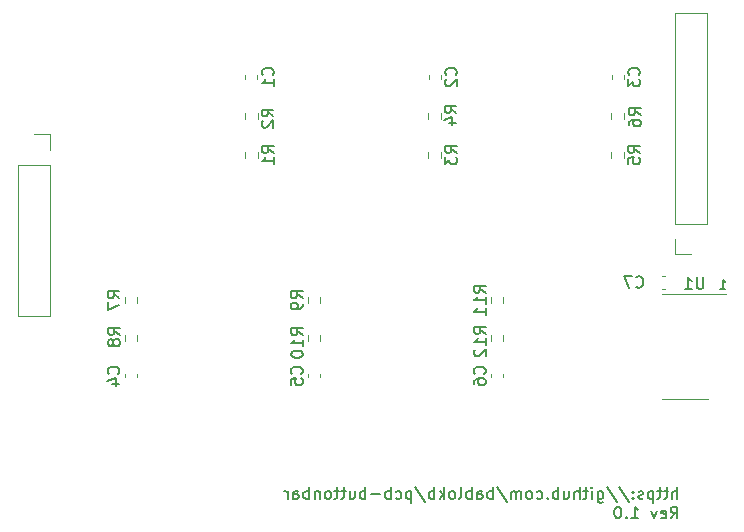
<source format=gbr>
G04 #@! TF.GenerationSoftware,KiCad,Pcbnew,5.1.8-5.1.8*
G04 #@! TF.CreationDate,2021-09-21T08:59:52+02:00*
G04 #@! TF.ProjectId,buttonbar,62757474-6f6e-4626-9172-2e6b69636164,rev?*
G04 #@! TF.SameCoordinates,Original*
G04 #@! TF.FileFunction,Legend,Bot*
G04 #@! TF.FilePolarity,Positive*
%FSLAX46Y46*%
G04 Gerber Fmt 4.6, Leading zero omitted, Abs format (unit mm)*
G04 Created by KiCad (PCBNEW 5.1.8-5.1.8) date 2021-09-21 08:59:52*
%MOMM*%
%LPD*%
G01*
G04 APERTURE LIST*
%ADD10C,0.150000*%
%ADD11C,0.120000*%
G04 APERTURE END LIST*
D10*
X167264404Y-96827380D02*
X167264404Y-95827380D01*
X166835833Y-96827380D02*
X166835833Y-96303571D01*
X166883452Y-96208333D01*
X166978690Y-96160714D01*
X167121547Y-96160714D01*
X167216785Y-96208333D01*
X167264404Y-96255952D01*
X166502500Y-96160714D02*
X166121547Y-96160714D01*
X166359642Y-95827380D02*
X166359642Y-96684523D01*
X166312023Y-96779761D01*
X166216785Y-96827380D01*
X166121547Y-96827380D01*
X165931071Y-96160714D02*
X165550119Y-96160714D01*
X165788214Y-95827380D02*
X165788214Y-96684523D01*
X165740595Y-96779761D01*
X165645357Y-96827380D01*
X165550119Y-96827380D01*
X165216785Y-96160714D02*
X165216785Y-97160714D01*
X165216785Y-96208333D02*
X165121547Y-96160714D01*
X164931071Y-96160714D01*
X164835833Y-96208333D01*
X164788214Y-96255952D01*
X164740595Y-96351190D01*
X164740595Y-96636904D01*
X164788214Y-96732142D01*
X164835833Y-96779761D01*
X164931071Y-96827380D01*
X165121547Y-96827380D01*
X165216785Y-96779761D01*
X164359642Y-96779761D02*
X164264404Y-96827380D01*
X164073928Y-96827380D01*
X163978690Y-96779761D01*
X163931071Y-96684523D01*
X163931071Y-96636904D01*
X163978690Y-96541666D01*
X164073928Y-96494047D01*
X164216785Y-96494047D01*
X164312023Y-96446428D01*
X164359642Y-96351190D01*
X164359642Y-96303571D01*
X164312023Y-96208333D01*
X164216785Y-96160714D01*
X164073928Y-96160714D01*
X163978690Y-96208333D01*
X163502500Y-96732142D02*
X163454880Y-96779761D01*
X163502500Y-96827380D01*
X163550119Y-96779761D01*
X163502500Y-96732142D01*
X163502500Y-96827380D01*
X163502500Y-96208333D02*
X163454880Y-96255952D01*
X163502500Y-96303571D01*
X163550119Y-96255952D01*
X163502500Y-96208333D01*
X163502500Y-96303571D01*
X162312023Y-95779761D02*
X163169166Y-97065476D01*
X161264404Y-95779761D02*
X162121547Y-97065476D01*
X160502500Y-96160714D02*
X160502500Y-96970238D01*
X160550119Y-97065476D01*
X160597738Y-97113095D01*
X160692976Y-97160714D01*
X160835833Y-97160714D01*
X160931071Y-97113095D01*
X160502500Y-96779761D02*
X160597738Y-96827380D01*
X160788214Y-96827380D01*
X160883452Y-96779761D01*
X160931071Y-96732142D01*
X160978690Y-96636904D01*
X160978690Y-96351190D01*
X160931071Y-96255952D01*
X160883452Y-96208333D01*
X160788214Y-96160714D01*
X160597738Y-96160714D01*
X160502500Y-96208333D01*
X160026309Y-96827380D02*
X160026309Y-96160714D01*
X160026309Y-95827380D02*
X160073928Y-95875000D01*
X160026309Y-95922619D01*
X159978690Y-95875000D01*
X160026309Y-95827380D01*
X160026309Y-95922619D01*
X159692976Y-96160714D02*
X159312023Y-96160714D01*
X159550119Y-95827380D02*
X159550119Y-96684523D01*
X159502500Y-96779761D01*
X159407261Y-96827380D01*
X159312023Y-96827380D01*
X158978690Y-96827380D02*
X158978690Y-95827380D01*
X158550119Y-96827380D02*
X158550119Y-96303571D01*
X158597738Y-96208333D01*
X158692976Y-96160714D01*
X158835833Y-96160714D01*
X158931071Y-96208333D01*
X158978690Y-96255952D01*
X157645357Y-96160714D02*
X157645357Y-96827380D01*
X158073928Y-96160714D02*
X158073928Y-96684523D01*
X158026309Y-96779761D01*
X157931071Y-96827380D01*
X157788214Y-96827380D01*
X157692976Y-96779761D01*
X157645357Y-96732142D01*
X157169166Y-96827380D02*
X157169166Y-95827380D01*
X157169166Y-96208333D02*
X157073928Y-96160714D01*
X156883452Y-96160714D01*
X156788214Y-96208333D01*
X156740595Y-96255952D01*
X156692976Y-96351190D01*
X156692976Y-96636904D01*
X156740595Y-96732142D01*
X156788214Y-96779761D01*
X156883452Y-96827380D01*
X157073928Y-96827380D01*
X157169166Y-96779761D01*
X156264404Y-96732142D02*
X156216785Y-96779761D01*
X156264404Y-96827380D01*
X156312023Y-96779761D01*
X156264404Y-96732142D01*
X156264404Y-96827380D01*
X155359642Y-96779761D02*
X155454880Y-96827380D01*
X155645357Y-96827380D01*
X155740595Y-96779761D01*
X155788214Y-96732142D01*
X155835833Y-96636904D01*
X155835833Y-96351190D01*
X155788214Y-96255952D01*
X155740595Y-96208333D01*
X155645357Y-96160714D01*
X155454880Y-96160714D01*
X155359642Y-96208333D01*
X154788214Y-96827380D02*
X154883452Y-96779761D01*
X154931071Y-96732142D01*
X154978690Y-96636904D01*
X154978690Y-96351190D01*
X154931071Y-96255952D01*
X154883452Y-96208333D01*
X154788214Y-96160714D01*
X154645357Y-96160714D01*
X154550119Y-96208333D01*
X154502500Y-96255952D01*
X154454880Y-96351190D01*
X154454880Y-96636904D01*
X154502500Y-96732142D01*
X154550119Y-96779761D01*
X154645357Y-96827380D01*
X154788214Y-96827380D01*
X154026309Y-96827380D02*
X154026309Y-96160714D01*
X154026309Y-96255952D02*
X153978690Y-96208333D01*
X153883452Y-96160714D01*
X153740595Y-96160714D01*
X153645357Y-96208333D01*
X153597738Y-96303571D01*
X153597738Y-96827380D01*
X153597738Y-96303571D02*
X153550119Y-96208333D01*
X153454880Y-96160714D01*
X153312023Y-96160714D01*
X153216785Y-96208333D01*
X153169166Y-96303571D01*
X153169166Y-96827380D01*
X151978690Y-95779761D02*
X152835833Y-97065476D01*
X151645357Y-96827380D02*
X151645357Y-95827380D01*
X151645357Y-96208333D02*
X151550119Y-96160714D01*
X151359642Y-96160714D01*
X151264404Y-96208333D01*
X151216785Y-96255952D01*
X151169166Y-96351190D01*
X151169166Y-96636904D01*
X151216785Y-96732142D01*
X151264404Y-96779761D01*
X151359642Y-96827380D01*
X151550119Y-96827380D01*
X151645357Y-96779761D01*
X150312023Y-96827380D02*
X150312023Y-96303571D01*
X150359642Y-96208333D01*
X150454880Y-96160714D01*
X150645357Y-96160714D01*
X150740595Y-96208333D01*
X150312023Y-96779761D02*
X150407261Y-96827380D01*
X150645357Y-96827380D01*
X150740595Y-96779761D01*
X150788214Y-96684523D01*
X150788214Y-96589285D01*
X150740595Y-96494047D01*
X150645357Y-96446428D01*
X150407261Y-96446428D01*
X150312023Y-96398809D01*
X149835833Y-96827380D02*
X149835833Y-95827380D01*
X149835833Y-96208333D02*
X149740595Y-96160714D01*
X149550119Y-96160714D01*
X149454880Y-96208333D01*
X149407261Y-96255952D01*
X149359642Y-96351190D01*
X149359642Y-96636904D01*
X149407261Y-96732142D01*
X149454880Y-96779761D01*
X149550119Y-96827380D01*
X149740595Y-96827380D01*
X149835833Y-96779761D01*
X148788214Y-96827380D02*
X148883452Y-96779761D01*
X148931071Y-96684523D01*
X148931071Y-95827380D01*
X148264404Y-96827380D02*
X148359642Y-96779761D01*
X148407261Y-96732142D01*
X148454880Y-96636904D01*
X148454880Y-96351190D01*
X148407261Y-96255952D01*
X148359642Y-96208333D01*
X148264404Y-96160714D01*
X148121547Y-96160714D01*
X148026309Y-96208333D01*
X147978690Y-96255952D01*
X147931071Y-96351190D01*
X147931071Y-96636904D01*
X147978690Y-96732142D01*
X148026309Y-96779761D01*
X148121547Y-96827380D01*
X148264404Y-96827380D01*
X147502500Y-96827380D02*
X147502500Y-95827380D01*
X147407261Y-96446428D02*
X147121547Y-96827380D01*
X147121547Y-96160714D02*
X147502500Y-96541666D01*
X146692976Y-96827380D02*
X146692976Y-95827380D01*
X146692976Y-96208333D02*
X146597738Y-96160714D01*
X146407261Y-96160714D01*
X146312023Y-96208333D01*
X146264404Y-96255952D01*
X146216785Y-96351190D01*
X146216785Y-96636904D01*
X146264404Y-96732142D01*
X146312023Y-96779761D01*
X146407261Y-96827380D01*
X146597738Y-96827380D01*
X146692976Y-96779761D01*
X145073928Y-95779761D02*
X145931071Y-97065476D01*
X144740595Y-96160714D02*
X144740595Y-97160714D01*
X144740595Y-96208333D02*
X144645357Y-96160714D01*
X144454880Y-96160714D01*
X144359642Y-96208333D01*
X144312023Y-96255952D01*
X144264404Y-96351190D01*
X144264404Y-96636904D01*
X144312023Y-96732142D01*
X144359642Y-96779761D01*
X144454880Y-96827380D01*
X144645357Y-96827380D01*
X144740595Y-96779761D01*
X143407261Y-96779761D02*
X143502500Y-96827380D01*
X143692976Y-96827380D01*
X143788214Y-96779761D01*
X143835833Y-96732142D01*
X143883452Y-96636904D01*
X143883452Y-96351190D01*
X143835833Y-96255952D01*
X143788214Y-96208333D01*
X143692976Y-96160714D01*
X143502500Y-96160714D01*
X143407261Y-96208333D01*
X142978690Y-96827380D02*
X142978690Y-95827380D01*
X142978690Y-96208333D02*
X142883452Y-96160714D01*
X142692976Y-96160714D01*
X142597738Y-96208333D01*
X142550119Y-96255952D01*
X142502500Y-96351190D01*
X142502500Y-96636904D01*
X142550119Y-96732142D01*
X142597738Y-96779761D01*
X142692976Y-96827380D01*
X142883452Y-96827380D01*
X142978690Y-96779761D01*
X142073928Y-96446428D02*
X141312023Y-96446428D01*
X140835833Y-96827380D02*
X140835833Y-95827380D01*
X140835833Y-96208333D02*
X140740595Y-96160714D01*
X140550119Y-96160714D01*
X140454880Y-96208333D01*
X140407261Y-96255952D01*
X140359642Y-96351190D01*
X140359642Y-96636904D01*
X140407261Y-96732142D01*
X140454880Y-96779761D01*
X140550119Y-96827380D01*
X140740595Y-96827380D01*
X140835833Y-96779761D01*
X139502500Y-96160714D02*
X139502500Y-96827380D01*
X139931071Y-96160714D02*
X139931071Y-96684523D01*
X139883452Y-96779761D01*
X139788214Y-96827380D01*
X139645357Y-96827380D01*
X139550119Y-96779761D01*
X139502500Y-96732142D01*
X139169166Y-96160714D02*
X138788214Y-96160714D01*
X139026309Y-95827380D02*
X139026309Y-96684523D01*
X138978690Y-96779761D01*
X138883452Y-96827380D01*
X138788214Y-96827380D01*
X138597738Y-96160714D02*
X138216785Y-96160714D01*
X138454880Y-95827380D02*
X138454880Y-96684523D01*
X138407261Y-96779761D01*
X138312023Y-96827380D01*
X138216785Y-96827380D01*
X137740595Y-96827380D02*
X137835833Y-96779761D01*
X137883452Y-96732142D01*
X137931071Y-96636904D01*
X137931071Y-96351190D01*
X137883452Y-96255952D01*
X137835833Y-96208333D01*
X137740595Y-96160714D01*
X137597738Y-96160714D01*
X137502500Y-96208333D01*
X137454880Y-96255952D01*
X137407261Y-96351190D01*
X137407261Y-96636904D01*
X137454880Y-96732142D01*
X137502500Y-96779761D01*
X137597738Y-96827380D01*
X137740595Y-96827380D01*
X136978690Y-96160714D02*
X136978690Y-96827380D01*
X136978690Y-96255952D02*
X136931071Y-96208333D01*
X136835833Y-96160714D01*
X136692976Y-96160714D01*
X136597738Y-96208333D01*
X136550119Y-96303571D01*
X136550119Y-96827380D01*
X136073928Y-96827380D02*
X136073928Y-95827380D01*
X136073928Y-96208333D02*
X135978690Y-96160714D01*
X135788214Y-96160714D01*
X135692976Y-96208333D01*
X135645357Y-96255952D01*
X135597738Y-96351190D01*
X135597738Y-96636904D01*
X135645357Y-96732142D01*
X135692976Y-96779761D01*
X135788214Y-96827380D01*
X135978690Y-96827380D01*
X136073928Y-96779761D01*
X134740595Y-96827380D02*
X134740595Y-96303571D01*
X134788214Y-96208333D01*
X134883452Y-96160714D01*
X135073928Y-96160714D01*
X135169166Y-96208333D01*
X134740595Y-96779761D02*
X134835833Y-96827380D01*
X135073928Y-96827380D01*
X135169166Y-96779761D01*
X135216785Y-96684523D01*
X135216785Y-96589285D01*
X135169166Y-96494047D01*
X135073928Y-96446428D01*
X134835833Y-96446428D01*
X134740595Y-96398809D01*
X134264404Y-96827380D02*
X134264404Y-96160714D01*
X134264404Y-96351190D02*
X134216785Y-96255952D01*
X134169166Y-96208333D01*
X134073928Y-96160714D01*
X133978690Y-96160714D01*
X166692976Y-98477380D02*
X167026309Y-98001190D01*
X167264404Y-98477380D02*
X167264404Y-97477380D01*
X166883452Y-97477380D01*
X166788214Y-97525000D01*
X166740595Y-97572619D01*
X166692976Y-97667857D01*
X166692976Y-97810714D01*
X166740595Y-97905952D01*
X166788214Y-97953571D01*
X166883452Y-98001190D01*
X167264404Y-98001190D01*
X165883452Y-98429761D02*
X165978690Y-98477380D01*
X166169166Y-98477380D01*
X166264404Y-98429761D01*
X166312023Y-98334523D01*
X166312023Y-97953571D01*
X166264404Y-97858333D01*
X166169166Y-97810714D01*
X165978690Y-97810714D01*
X165883452Y-97858333D01*
X165835833Y-97953571D01*
X165835833Y-98048809D01*
X166312023Y-98144047D01*
X165502500Y-97810714D02*
X165264404Y-98477380D01*
X165026309Y-97810714D01*
X163359642Y-98477380D02*
X163931071Y-98477380D01*
X163645357Y-98477380D02*
X163645357Y-97477380D01*
X163740595Y-97620238D01*
X163835833Y-97715476D01*
X163931071Y-97763095D01*
X162931071Y-98382142D02*
X162883452Y-98429761D01*
X162931071Y-98477380D01*
X162978690Y-98429761D01*
X162931071Y-98382142D01*
X162931071Y-98477380D01*
X162264404Y-97477380D02*
X162169166Y-97477380D01*
X162073928Y-97525000D01*
X162026309Y-97572619D01*
X161978690Y-97667857D01*
X161931071Y-97858333D01*
X161931071Y-98096428D01*
X161978690Y-98286904D01*
X162026309Y-98382142D01*
X162073928Y-98429761D01*
X162169166Y-98477380D01*
X162264404Y-98477380D01*
X162359642Y-98429761D01*
X162407261Y-98382142D01*
X162454880Y-98286904D01*
X162502500Y-98096428D01*
X162502500Y-97858333D01*
X162454880Y-97667857D01*
X162407261Y-97572619D01*
X162359642Y-97525000D01*
X162264404Y-97477380D01*
X170871428Y-79061904D02*
X171328571Y-79061904D01*
X171100000Y-79061904D02*
X171100000Y-78261904D01*
X171176190Y-78376190D01*
X171252380Y-78452380D01*
X171328571Y-78490476D01*
D11*
X165959420Y-77990000D02*
X166240580Y-77990000D01*
X165959420Y-79010000D02*
X166240580Y-79010000D01*
X152510000Y-86259420D02*
X152510000Y-86540580D01*
X151490000Y-86259420D02*
X151490000Y-86540580D01*
X137010000Y-86259420D02*
X137010000Y-86540580D01*
X135990000Y-86259420D02*
X135990000Y-86540580D01*
X121510000Y-86259420D02*
X121510000Y-86540580D01*
X120490000Y-86259420D02*
X120490000Y-86540580D01*
X161690000Y-61240580D02*
X161690000Y-60959420D01*
X162710000Y-61240580D02*
X162710000Y-60959420D01*
X146190000Y-61240580D02*
X146190000Y-60959420D01*
X147210000Y-61240580D02*
X147210000Y-60959420D01*
X130690000Y-61240580D02*
X130690000Y-60959420D01*
X131710000Y-61240580D02*
X131710000Y-60959420D01*
X167900000Y-79465000D02*
X171350000Y-79465000D01*
X167900000Y-79465000D02*
X165950000Y-79465000D01*
X167900000Y-88335000D02*
X169850000Y-88335000D01*
X167900000Y-88335000D02*
X165950000Y-88335000D01*
X151477500Y-83437258D02*
X151477500Y-82962742D01*
X152522500Y-83437258D02*
X152522500Y-82962742D01*
X152522500Y-79762742D02*
X152522500Y-80237258D01*
X151477500Y-79762742D02*
X151477500Y-80237258D01*
X135977500Y-83437258D02*
X135977500Y-82962742D01*
X137022500Y-83437258D02*
X137022500Y-82962742D01*
X137022500Y-79762742D02*
X137022500Y-80237258D01*
X135977500Y-79762742D02*
X135977500Y-80237258D01*
X120477500Y-83437258D02*
X120477500Y-82962742D01*
X121522500Y-83437258D02*
X121522500Y-82962742D01*
X121522500Y-79762742D02*
X121522500Y-80237258D01*
X120477500Y-79762742D02*
X120477500Y-80237258D01*
X162722500Y-64162742D02*
X162722500Y-64637258D01*
X161677500Y-64162742D02*
X161677500Y-64637258D01*
X161677500Y-67937258D02*
X161677500Y-67462742D01*
X162722500Y-67937258D02*
X162722500Y-67462742D01*
X147222500Y-64162742D02*
X147222500Y-64637258D01*
X146177500Y-64162742D02*
X146177500Y-64637258D01*
X146177500Y-67937258D02*
X146177500Y-67462742D01*
X147222500Y-67937258D02*
X147222500Y-67462742D01*
X131722500Y-64162742D02*
X131722500Y-64637258D01*
X130677500Y-64162742D02*
X130677500Y-64637258D01*
X130677500Y-67937258D02*
X130677500Y-67462742D01*
X131722500Y-67937258D02*
X131722500Y-67462742D01*
X114130000Y-65970000D02*
X112800000Y-65970000D01*
X114130000Y-67300000D02*
X114130000Y-65970000D01*
X114130000Y-68570000D02*
X111470000Y-68570000D01*
X111470000Y-68570000D02*
X111470000Y-81330000D01*
X114130000Y-68570000D02*
X114130000Y-81330000D01*
X114130000Y-81330000D02*
X111470000Y-81330000D01*
X167070000Y-76130000D02*
X168400000Y-76130000D01*
X167070000Y-74800000D02*
X167070000Y-76130000D01*
X167070000Y-73530000D02*
X169730000Y-73530000D01*
X169730000Y-73530000D02*
X169730000Y-55690000D01*
X167070000Y-73530000D02*
X167070000Y-55690000D01*
X167070000Y-55690000D02*
X169730000Y-55690000D01*
D10*
X163766666Y-78857142D02*
X163814285Y-78904761D01*
X163957142Y-78952380D01*
X164052380Y-78952380D01*
X164195238Y-78904761D01*
X164290476Y-78809523D01*
X164338095Y-78714285D01*
X164385714Y-78523809D01*
X164385714Y-78380952D01*
X164338095Y-78190476D01*
X164290476Y-78095238D01*
X164195238Y-78000000D01*
X164052380Y-77952380D01*
X163957142Y-77952380D01*
X163814285Y-78000000D01*
X163766666Y-78047619D01*
X163433333Y-77952380D02*
X162766666Y-77952380D01*
X163195238Y-78952380D01*
X150927142Y-86233333D02*
X150974761Y-86185714D01*
X151022380Y-86042857D01*
X151022380Y-85947619D01*
X150974761Y-85804761D01*
X150879523Y-85709523D01*
X150784285Y-85661904D01*
X150593809Y-85614285D01*
X150450952Y-85614285D01*
X150260476Y-85661904D01*
X150165238Y-85709523D01*
X150070000Y-85804761D01*
X150022380Y-85947619D01*
X150022380Y-86042857D01*
X150070000Y-86185714D01*
X150117619Y-86233333D01*
X150022380Y-87090476D02*
X150022380Y-86900000D01*
X150070000Y-86804761D01*
X150117619Y-86757142D01*
X150260476Y-86661904D01*
X150450952Y-86614285D01*
X150831904Y-86614285D01*
X150927142Y-86661904D01*
X150974761Y-86709523D01*
X151022380Y-86804761D01*
X151022380Y-86995238D01*
X150974761Y-87090476D01*
X150927142Y-87138095D01*
X150831904Y-87185714D01*
X150593809Y-87185714D01*
X150498571Y-87138095D01*
X150450952Y-87090476D01*
X150403333Y-86995238D01*
X150403333Y-86804761D01*
X150450952Y-86709523D01*
X150498571Y-86661904D01*
X150593809Y-86614285D01*
X135427142Y-86233333D02*
X135474761Y-86185714D01*
X135522380Y-86042857D01*
X135522380Y-85947619D01*
X135474761Y-85804761D01*
X135379523Y-85709523D01*
X135284285Y-85661904D01*
X135093809Y-85614285D01*
X134950952Y-85614285D01*
X134760476Y-85661904D01*
X134665238Y-85709523D01*
X134570000Y-85804761D01*
X134522380Y-85947619D01*
X134522380Y-86042857D01*
X134570000Y-86185714D01*
X134617619Y-86233333D01*
X134522380Y-87138095D02*
X134522380Y-86661904D01*
X134998571Y-86614285D01*
X134950952Y-86661904D01*
X134903333Y-86757142D01*
X134903333Y-86995238D01*
X134950952Y-87090476D01*
X134998571Y-87138095D01*
X135093809Y-87185714D01*
X135331904Y-87185714D01*
X135427142Y-87138095D01*
X135474761Y-87090476D01*
X135522380Y-86995238D01*
X135522380Y-86757142D01*
X135474761Y-86661904D01*
X135427142Y-86614285D01*
X119927142Y-86233333D02*
X119974761Y-86185714D01*
X120022380Y-86042857D01*
X120022380Y-85947619D01*
X119974761Y-85804761D01*
X119879523Y-85709523D01*
X119784285Y-85661904D01*
X119593809Y-85614285D01*
X119450952Y-85614285D01*
X119260476Y-85661904D01*
X119165238Y-85709523D01*
X119070000Y-85804761D01*
X119022380Y-85947619D01*
X119022380Y-86042857D01*
X119070000Y-86185714D01*
X119117619Y-86233333D01*
X119355714Y-87090476D02*
X120022380Y-87090476D01*
X118974761Y-86852380D02*
X119689047Y-86614285D01*
X119689047Y-87233333D01*
X163987142Y-60933333D02*
X164034761Y-60885714D01*
X164082380Y-60742857D01*
X164082380Y-60647619D01*
X164034761Y-60504761D01*
X163939523Y-60409523D01*
X163844285Y-60361904D01*
X163653809Y-60314285D01*
X163510952Y-60314285D01*
X163320476Y-60361904D01*
X163225238Y-60409523D01*
X163130000Y-60504761D01*
X163082380Y-60647619D01*
X163082380Y-60742857D01*
X163130000Y-60885714D01*
X163177619Y-60933333D01*
X163082380Y-61266666D02*
X163082380Y-61885714D01*
X163463333Y-61552380D01*
X163463333Y-61695238D01*
X163510952Y-61790476D01*
X163558571Y-61838095D01*
X163653809Y-61885714D01*
X163891904Y-61885714D01*
X163987142Y-61838095D01*
X164034761Y-61790476D01*
X164082380Y-61695238D01*
X164082380Y-61409523D01*
X164034761Y-61314285D01*
X163987142Y-61266666D01*
X148487142Y-60933333D02*
X148534761Y-60885714D01*
X148582380Y-60742857D01*
X148582380Y-60647619D01*
X148534761Y-60504761D01*
X148439523Y-60409523D01*
X148344285Y-60361904D01*
X148153809Y-60314285D01*
X148010952Y-60314285D01*
X147820476Y-60361904D01*
X147725238Y-60409523D01*
X147630000Y-60504761D01*
X147582380Y-60647619D01*
X147582380Y-60742857D01*
X147630000Y-60885714D01*
X147677619Y-60933333D01*
X147677619Y-61314285D02*
X147630000Y-61361904D01*
X147582380Y-61457142D01*
X147582380Y-61695238D01*
X147630000Y-61790476D01*
X147677619Y-61838095D01*
X147772857Y-61885714D01*
X147868095Y-61885714D01*
X148010952Y-61838095D01*
X148582380Y-61266666D01*
X148582380Y-61885714D01*
X132987142Y-60933333D02*
X133034761Y-60885714D01*
X133082380Y-60742857D01*
X133082380Y-60647619D01*
X133034761Y-60504761D01*
X132939523Y-60409523D01*
X132844285Y-60361904D01*
X132653809Y-60314285D01*
X132510952Y-60314285D01*
X132320476Y-60361904D01*
X132225238Y-60409523D01*
X132130000Y-60504761D01*
X132082380Y-60647619D01*
X132082380Y-60742857D01*
X132130000Y-60885714D01*
X132177619Y-60933333D01*
X133082380Y-61885714D02*
X133082380Y-61314285D01*
X133082380Y-61600000D02*
X132082380Y-61600000D01*
X132225238Y-61504761D01*
X132320476Y-61409523D01*
X132368095Y-61314285D01*
X169461904Y-78052380D02*
X169461904Y-78861904D01*
X169414285Y-78957142D01*
X169366666Y-79004761D01*
X169271428Y-79052380D01*
X169080952Y-79052380D01*
X168985714Y-79004761D01*
X168938095Y-78957142D01*
X168890476Y-78861904D01*
X168890476Y-78052380D01*
X167890476Y-79052380D02*
X168461904Y-79052380D01*
X168176190Y-79052380D02*
X168176190Y-78052380D01*
X168271428Y-78195238D01*
X168366666Y-78290476D01*
X168461904Y-78338095D01*
X151052380Y-82857142D02*
X150576190Y-82523809D01*
X151052380Y-82285714D02*
X150052380Y-82285714D01*
X150052380Y-82666666D01*
X150100000Y-82761904D01*
X150147619Y-82809523D01*
X150242857Y-82857142D01*
X150385714Y-82857142D01*
X150480952Y-82809523D01*
X150528571Y-82761904D01*
X150576190Y-82666666D01*
X150576190Y-82285714D01*
X151052380Y-83809523D02*
X151052380Y-83238095D01*
X151052380Y-83523809D02*
X150052380Y-83523809D01*
X150195238Y-83428571D01*
X150290476Y-83333333D01*
X150338095Y-83238095D01*
X150147619Y-84190476D02*
X150100000Y-84238095D01*
X150052380Y-84333333D01*
X150052380Y-84571428D01*
X150100000Y-84666666D01*
X150147619Y-84714285D01*
X150242857Y-84761904D01*
X150338095Y-84761904D01*
X150480952Y-84714285D01*
X151052380Y-84142857D01*
X151052380Y-84761904D01*
X151022380Y-79357142D02*
X150546190Y-79023809D01*
X151022380Y-78785714D02*
X150022380Y-78785714D01*
X150022380Y-79166666D01*
X150070000Y-79261904D01*
X150117619Y-79309523D01*
X150212857Y-79357142D01*
X150355714Y-79357142D01*
X150450952Y-79309523D01*
X150498571Y-79261904D01*
X150546190Y-79166666D01*
X150546190Y-78785714D01*
X151022380Y-80309523D02*
X151022380Y-79738095D01*
X151022380Y-80023809D02*
X150022380Y-80023809D01*
X150165238Y-79928571D01*
X150260476Y-79833333D01*
X150308095Y-79738095D01*
X151022380Y-81261904D02*
X151022380Y-80690476D01*
X151022380Y-80976190D02*
X150022380Y-80976190D01*
X150165238Y-80880952D01*
X150260476Y-80785714D01*
X150308095Y-80690476D01*
X135552380Y-82957142D02*
X135076190Y-82623809D01*
X135552380Y-82385714D02*
X134552380Y-82385714D01*
X134552380Y-82766666D01*
X134600000Y-82861904D01*
X134647619Y-82909523D01*
X134742857Y-82957142D01*
X134885714Y-82957142D01*
X134980952Y-82909523D01*
X135028571Y-82861904D01*
X135076190Y-82766666D01*
X135076190Y-82385714D01*
X135552380Y-83909523D02*
X135552380Y-83338095D01*
X135552380Y-83623809D02*
X134552380Y-83623809D01*
X134695238Y-83528571D01*
X134790476Y-83433333D01*
X134838095Y-83338095D01*
X134552380Y-84528571D02*
X134552380Y-84623809D01*
X134600000Y-84719047D01*
X134647619Y-84766666D01*
X134742857Y-84814285D01*
X134933333Y-84861904D01*
X135171428Y-84861904D01*
X135361904Y-84814285D01*
X135457142Y-84766666D01*
X135504761Y-84719047D01*
X135552380Y-84623809D01*
X135552380Y-84528571D01*
X135504761Y-84433333D01*
X135457142Y-84385714D01*
X135361904Y-84338095D01*
X135171428Y-84290476D01*
X134933333Y-84290476D01*
X134742857Y-84338095D01*
X134647619Y-84385714D01*
X134600000Y-84433333D01*
X134552380Y-84528571D01*
X135522380Y-79833333D02*
X135046190Y-79500000D01*
X135522380Y-79261904D02*
X134522380Y-79261904D01*
X134522380Y-79642857D01*
X134570000Y-79738095D01*
X134617619Y-79785714D01*
X134712857Y-79833333D01*
X134855714Y-79833333D01*
X134950952Y-79785714D01*
X134998571Y-79738095D01*
X135046190Y-79642857D01*
X135046190Y-79261904D01*
X135522380Y-80309523D02*
X135522380Y-80500000D01*
X135474761Y-80595238D01*
X135427142Y-80642857D01*
X135284285Y-80738095D01*
X135093809Y-80785714D01*
X134712857Y-80785714D01*
X134617619Y-80738095D01*
X134570000Y-80690476D01*
X134522380Y-80595238D01*
X134522380Y-80404761D01*
X134570000Y-80309523D01*
X134617619Y-80261904D01*
X134712857Y-80214285D01*
X134950952Y-80214285D01*
X135046190Y-80261904D01*
X135093809Y-80309523D01*
X135141428Y-80404761D01*
X135141428Y-80595238D01*
X135093809Y-80690476D01*
X135046190Y-80738095D01*
X134950952Y-80785714D01*
X120052380Y-82933333D02*
X119576190Y-82600000D01*
X120052380Y-82361904D02*
X119052380Y-82361904D01*
X119052380Y-82742857D01*
X119100000Y-82838095D01*
X119147619Y-82885714D01*
X119242857Y-82933333D01*
X119385714Y-82933333D01*
X119480952Y-82885714D01*
X119528571Y-82838095D01*
X119576190Y-82742857D01*
X119576190Y-82361904D01*
X119480952Y-83504761D02*
X119433333Y-83409523D01*
X119385714Y-83361904D01*
X119290476Y-83314285D01*
X119242857Y-83314285D01*
X119147619Y-83361904D01*
X119100000Y-83409523D01*
X119052380Y-83504761D01*
X119052380Y-83695238D01*
X119100000Y-83790476D01*
X119147619Y-83838095D01*
X119242857Y-83885714D01*
X119290476Y-83885714D01*
X119385714Y-83838095D01*
X119433333Y-83790476D01*
X119480952Y-83695238D01*
X119480952Y-83504761D01*
X119528571Y-83409523D01*
X119576190Y-83361904D01*
X119671428Y-83314285D01*
X119861904Y-83314285D01*
X119957142Y-83361904D01*
X120004761Y-83409523D01*
X120052380Y-83504761D01*
X120052380Y-83695238D01*
X120004761Y-83790476D01*
X119957142Y-83838095D01*
X119861904Y-83885714D01*
X119671428Y-83885714D01*
X119576190Y-83838095D01*
X119528571Y-83790476D01*
X119480952Y-83695238D01*
X120022380Y-79833333D02*
X119546190Y-79500000D01*
X120022380Y-79261904D02*
X119022380Y-79261904D01*
X119022380Y-79642857D01*
X119070000Y-79738095D01*
X119117619Y-79785714D01*
X119212857Y-79833333D01*
X119355714Y-79833333D01*
X119450952Y-79785714D01*
X119498571Y-79738095D01*
X119546190Y-79642857D01*
X119546190Y-79261904D01*
X119022380Y-80166666D02*
X119022380Y-80833333D01*
X120022380Y-80404761D01*
X164152380Y-64333333D02*
X163676190Y-64000000D01*
X164152380Y-63761904D02*
X163152380Y-63761904D01*
X163152380Y-64142857D01*
X163200000Y-64238095D01*
X163247619Y-64285714D01*
X163342857Y-64333333D01*
X163485714Y-64333333D01*
X163580952Y-64285714D01*
X163628571Y-64238095D01*
X163676190Y-64142857D01*
X163676190Y-63761904D01*
X163152380Y-65190476D02*
X163152380Y-65000000D01*
X163200000Y-64904761D01*
X163247619Y-64857142D01*
X163390476Y-64761904D01*
X163580952Y-64714285D01*
X163961904Y-64714285D01*
X164057142Y-64761904D01*
X164104761Y-64809523D01*
X164152380Y-64904761D01*
X164152380Y-65095238D01*
X164104761Y-65190476D01*
X164057142Y-65238095D01*
X163961904Y-65285714D01*
X163723809Y-65285714D01*
X163628571Y-65238095D01*
X163580952Y-65190476D01*
X163533333Y-65095238D01*
X163533333Y-64904761D01*
X163580952Y-64809523D01*
X163628571Y-64761904D01*
X163723809Y-64714285D01*
X164082380Y-67533333D02*
X163606190Y-67200000D01*
X164082380Y-66961904D02*
X163082380Y-66961904D01*
X163082380Y-67342857D01*
X163130000Y-67438095D01*
X163177619Y-67485714D01*
X163272857Y-67533333D01*
X163415714Y-67533333D01*
X163510952Y-67485714D01*
X163558571Y-67438095D01*
X163606190Y-67342857D01*
X163606190Y-66961904D01*
X163082380Y-68438095D02*
X163082380Y-67961904D01*
X163558571Y-67914285D01*
X163510952Y-67961904D01*
X163463333Y-68057142D01*
X163463333Y-68295238D01*
X163510952Y-68390476D01*
X163558571Y-68438095D01*
X163653809Y-68485714D01*
X163891904Y-68485714D01*
X163987142Y-68438095D01*
X164034761Y-68390476D01*
X164082380Y-68295238D01*
X164082380Y-68057142D01*
X164034761Y-67961904D01*
X163987142Y-67914285D01*
X148552380Y-64133333D02*
X148076190Y-63800000D01*
X148552380Y-63561904D02*
X147552380Y-63561904D01*
X147552380Y-63942857D01*
X147600000Y-64038095D01*
X147647619Y-64085714D01*
X147742857Y-64133333D01*
X147885714Y-64133333D01*
X147980952Y-64085714D01*
X148028571Y-64038095D01*
X148076190Y-63942857D01*
X148076190Y-63561904D01*
X147885714Y-64990476D02*
X148552380Y-64990476D01*
X147504761Y-64752380D02*
X148219047Y-64514285D01*
X148219047Y-65133333D01*
X148582380Y-67533333D02*
X148106190Y-67200000D01*
X148582380Y-66961904D02*
X147582380Y-66961904D01*
X147582380Y-67342857D01*
X147630000Y-67438095D01*
X147677619Y-67485714D01*
X147772857Y-67533333D01*
X147915714Y-67533333D01*
X148010952Y-67485714D01*
X148058571Y-67438095D01*
X148106190Y-67342857D01*
X148106190Y-66961904D01*
X147582380Y-67866666D02*
X147582380Y-68485714D01*
X147963333Y-68152380D01*
X147963333Y-68295238D01*
X148010952Y-68390476D01*
X148058571Y-68438095D01*
X148153809Y-68485714D01*
X148391904Y-68485714D01*
X148487142Y-68438095D01*
X148534761Y-68390476D01*
X148582380Y-68295238D01*
X148582380Y-68009523D01*
X148534761Y-67914285D01*
X148487142Y-67866666D01*
X133052380Y-64433333D02*
X132576190Y-64100000D01*
X133052380Y-63861904D02*
X132052380Y-63861904D01*
X132052380Y-64242857D01*
X132100000Y-64338095D01*
X132147619Y-64385714D01*
X132242857Y-64433333D01*
X132385714Y-64433333D01*
X132480952Y-64385714D01*
X132528571Y-64338095D01*
X132576190Y-64242857D01*
X132576190Y-63861904D01*
X132147619Y-64814285D02*
X132100000Y-64861904D01*
X132052380Y-64957142D01*
X132052380Y-65195238D01*
X132100000Y-65290476D01*
X132147619Y-65338095D01*
X132242857Y-65385714D01*
X132338095Y-65385714D01*
X132480952Y-65338095D01*
X133052380Y-64766666D01*
X133052380Y-65385714D01*
X133082380Y-67533333D02*
X132606190Y-67200000D01*
X133082380Y-66961904D02*
X132082380Y-66961904D01*
X132082380Y-67342857D01*
X132130000Y-67438095D01*
X132177619Y-67485714D01*
X132272857Y-67533333D01*
X132415714Y-67533333D01*
X132510952Y-67485714D01*
X132558571Y-67438095D01*
X132606190Y-67342857D01*
X132606190Y-66961904D01*
X133082380Y-68485714D02*
X133082380Y-67914285D01*
X133082380Y-68200000D02*
X132082380Y-68200000D01*
X132225238Y-68104761D01*
X132320476Y-68009523D01*
X132368095Y-67914285D01*
M02*

</source>
